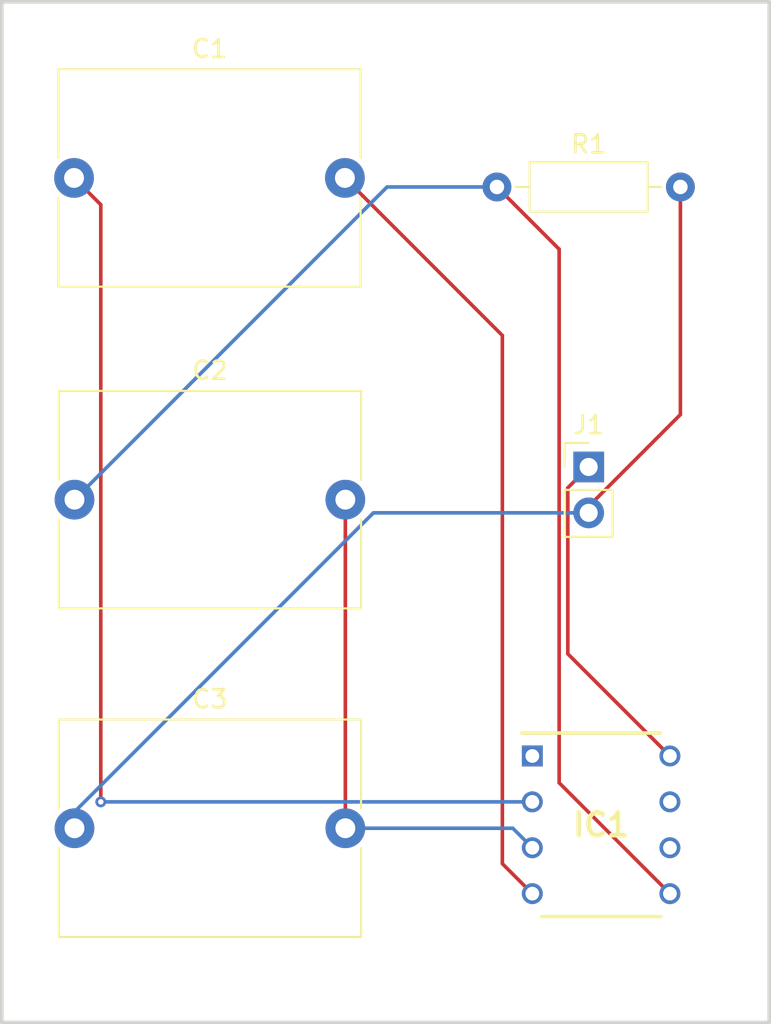
<source format=kicad_pcb>
(kicad_pcb (version 20240108) (generator "pcbnew") (generator_version "8.0")
  (layers (0 "F.Cu" signal) (31 "B.Cu" signal) (34 "B.Paste" user) (35 "F.Paste" user) (36 "B.SilkS" user "B.Silkscreen") (37 "F.SilkS" user "F.Silkscreen") (38 "B.Mask" user) (39 "F.Mask" user) (44 "Edge.Cuts" user))
  (net 0 "")
  (net 1 "Net-(IC1-CAP+)")
  (net 2 "Net-(IC1-CAP-)")
  (net 3 "+5V")
  (net 4 "Net-(IC1-VOUT)")
  (net 5 "Net-(J1-Pin_2)")
  (net 6 "Net-(IC1-V+)")
  (footprint "Connector_PinHeader_2.54mm:PinHeader_1x02_P2.54mm_Vertical" (layer "F.Cu") (at 190.5 84)
    (property "Reference" "J1" (at 0 -2.33 0) (layer "F.SilkS"))
    (property "Value" "Conn_01x02_Pin")
    (fp_line (start -1.33 -1.33) (end 0 -1.33) (stroke (width 0.12)) (layer "F.SilkS"))
    (fp_line (start -1.33 0) (end -1.33 -1.33) (stroke (width 0.12)) (layer "F.SilkS"))
    (fp_line (start -1.33 1.27) (end -1.33 3.87) (stroke (width 0.12)) (layer "F.SilkS"))
    (fp_line (start -1.33 1.27) (end 1.33 1.27) (stroke (width 0.12)) (layer "F.SilkS"))
    (fp_line (start -1.33 3.87) (end 1.33 3.87) (stroke (width 0.12)) (layer "F.SilkS"))
    (fp_line (start 1.33 1.27) (end 1.33 3.87) (stroke (width 0.12)) (layer "F.SilkS"))
    (pad "1" thru_hole rect (at 0 0) (size 1.7 1.7) (drill 1) (layers "*.Cu" "*.Mask") (net 6 "Net-(IC1-V+)"))
    (pad "2" thru_hole oval (at 0 2.54) (size 1.7 1.7) (drill 1) (layers "*.Cu" "*.Mask") (net 5 "Net-(J1-Pin_2)"))
  )
  (footprint "KiCad_TC144SCPA:DIP762W56P254L950H508Q8N" (layer "F.Cu") (at 191.19 103.81)
    (property "Reference" "IC1" (at 0 0 0) (layer "F.SilkS") (effects (font (size 1.27 1.27) (thickness 0.254))))
    (property "Value" "TC1044SCPA" (hide yes))
    (fp_line (start -4.39 -5.08) (end 3.3 -5.08) (stroke (width 0.2)) (layer "F.SilkS"))
    (fp_line (start -3.3 5.08) (end 3.3 5.08) (stroke (width 0.2)) (layer "F.SilkS"))
    (pad "1" thru_hole rect (at -3.81 -3.81) (size 1.16 1.16) (drill 0.76) (layers "*.Cu" "*.Mask"))
    (pad "2" thru_hole circle (at -3.81 -1.27) (size 1.16 1.16) (drill 0.76) (layers "*.Cu" "*.Mask") (net 1 "Net-(IC1-CAP+)"))
    (pad "3" thru_hole circle (at -3.81 1.27) (size 1.16 1.16) (drill 0.76) (layers "*.Cu" "*.Mask") (net 3 "+5V"))
    (pad "4" thru_hole circle (at -3.81 3.81) (size 1.16 1.16) (drill 0.76) (layers "*.Cu" "*.Mask") (net 2 "Net-(IC1-CAP-)"))
    (pad "5" thru_hole circle (at 3.81 3.81) (size 1.16 1.16) (drill 0.76) (layers "*.Cu" "*.Mask") (net 4 "Net-(IC1-VOUT)"))
    (pad "6" thru_hole circle (at 3.81 1.27) (size 1.16 1.16) (drill 0.76) (layers "*.Cu" "*.Mask"))
    (pad "7" thru_hole circle (at 3.81 -1.27) (size 1.16 1.16) (drill 0.76) (layers "*.Cu" "*.Mask"))
    (pad "8" thru_hole circle (at 3.81 -3.81) (size 1.16 1.16) (drill 0.76) (layers "*.Cu" "*.Mask") (net 6 "Net-(IC1-V+)"))
  )
  (footprint "Resistor_THT:R_Axial_DIN0207_L6.3mm_D2.5mm_P10.16mm_Horizontal" (layer "F.Cu") (at 185.42 68.5)
    (property "Reference" "R1" (at 5.08 -2.37 0) (layer "F.SilkS"))
    (property "Value" "R")
    (fp_line (start 1.04 0) (end 1.81 0) (stroke (width 0.12)) (layer "F.SilkS"))
    (fp_line (start 1.81 -1.37) (end 1.81 1.37) (stroke (width 0.12)) (layer "F.SilkS"))
    (fp_line (start 1.81 1.37) (end 8.35 1.37) (stroke (width 0.12)) (layer "F.SilkS"))
    (fp_line (start 8.35 -1.37) (end 1.81 -1.37) (stroke (width 0.12)) (layer "F.SilkS"))
    (fp_line (start 8.35 1.37) (end 8.35 -1.37) (stroke (width 0.12)) (layer "F.SilkS"))
    (fp_line (start 9.12 0) (end 8.35 0) (stroke (width 0.12)) (layer "F.SilkS"))
    (pad "1" thru_hole circle (at 0 0) (size 1.6 1.6) (drill 0.8) (layers "*.Cu" "*.Mask") (net 4 "Net-(IC1-VOUT)"))
    (pad "2" thru_hole oval (at 10.16 0) (size 1.6 1.6) (drill 0.8) (layers "*.Cu" "*.Mask") (net 5 "Net-(J1-Pin_2)"))
  )
  (footprint "Capacitor_THT:C_Rect_L16.5mm_W11.8mm_P15.00mm_MKT" (layer "F.Cu") (at 162.025 104)
    (property "Reference" "C3" (at 7.5 -7.15 0) (layer "F.SilkS"))
    (property "Value" "C")
    (fp_line (start -0.87 -6.02) (end -0.87 -1.104) (stroke (width 0.12)) (layer "F.SilkS"))
    (fp_line (start -0.87 -6.02) (end 15.87 -6.02) (stroke (width 0.12)) (layer "F.SilkS"))
    (fp_line (start -0.87 1.104) (end -0.87 6.02) (stroke (width 0.12)) (layer "F.SilkS"))
    (fp_line (start -0.87 6.02) (end 15.87 6.02) (stroke (width 0.12)) (layer "F.SilkS"))
    (fp_line (start 15.87 -6.02) (end 15.87 -1.104) (stroke (width 0.12)) (layer "F.SilkS"))
    (fp_line (start 15.87 1.104) (end 15.87 6.02) (stroke (width 0.12)) (layer "F.SilkS"))
    (pad "1" thru_hole circle (at 0 0) (size 2.2 2.2) (drill 1.1) (layers "*.Cu" "*.Mask") (net 5 "Net-(J1-Pin_2)"))
    (pad "2" thru_hole circle (at 15 0) (size 2.2 2.2) (drill 1.1) (layers "*.Cu" "*.Mask") (net 3 "+5V"))
  )
  (footprint "Capacitor_THT:C_Rect_L16.5mm_W11.8mm_P15.00mm_MKT" (layer "F.Cu") (at 162 68)
    (property "Reference" "C1" (at 7.5 -7.15 0) (layer "F.SilkS"))
    (property "Value" "C")
    (fp_line (start -0.87 -6.02) (end -0.87 -1.104) (stroke (width 0.12)) (layer "F.SilkS"))
    (fp_line (start -0.87 -6.02) (end 15.87 -6.02) (stroke (width 0.12)) (layer "F.SilkS"))
    (fp_line (start -0.87 1.104) (end -0.87 6.02) (stroke (width 0.12)) (layer "F.SilkS"))
    (fp_line (start -0.87 6.02) (end 15.87 6.02) (stroke (width 0.12)) (layer "F.SilkS"))
    (fp_line (start 15.87 -6.02) (end 15.87 -1.104) (stroke (width 0.12)) (layer "F.SilkS"))
    (fp_line (start 15.87 1.104) (end 15.87 6.02) (stroke (width 0.12)) (layer "F.SilkS"))
    (pad "1" thru_hole circle (at 0 0) (size 2.2 2.2) (drill 1.1) (layers "*.Cu" "*.Mask") (net 1 "Net-(IC1-CAP+)"))
    (pad "2" thru_hole circle (at 15 0) (size 2.2 2.2) (drill 1.1) (layers "*.Cu" "*.Mask") (net 2 "Net-(IC1-CAP-)"))
  )
  (footprint "Capacitor_THT:C_Rect_L16.5mm_W11.8mm_P15.00mm_MKT" (layer "F.Cu") (at 162.025 85.81)
    (property "Reference" "C2" (at 7.5 -7.15 0) (layer "F.SilkS"))
    (property "Value" "C")
    (fp_line (start -0.87 -6.02) (end -0.87 -1.104) (stroke (width 0.12)) (layer "F.SilkS"))
    (fp_line (start -0.87 -6.02) (end 15.87 -6.02) (stroke (width 0.12)) (layer "F.SilkS"))
    (fp_line (start -0.87 1.104) (end -0.87 6.02) (stroke (width 0.12)) (layer "F.SilkS"))
    (fp_line (start -0.87 6.02) (end 15.87 6.02) (stroke (width 0.12)) (layer "F.SilkS"))
    (fp_line (start 15.87 -6.02) (end 15.87 -1.104) (stroke (width 0.12)) (layer "F.SilkS"))
    (fp_line (start 15.87 1.104) (end 15.87 6.02) (stroke (width 0.12)) (layer "F.SilkS"))
    (pad "1" thru_hole circle (at 0 0) (size 2.2 2.2) (drill 1.1) (layers "*.Cu" "*.Mask") (net 4 "Net-(IC1-VOUT)"))
    (pad "2" thru_hole circle (at 15 0) (size 2.2 2.2) (drill 1.1) (layers "*.Cu" "*.Mask") (net 3 "+5V"))
  )
  (gr_rect (start 158 58.25) (end 200.5 114.75) (stroke (width 0.2)) (fill none) (layer "Edge.Cuts"))
  (segment (start 162 68) (end 163.482 69.4819) (width 0.2) (layer "F.Cu") (net 1))
  (segment (start 163.482 69.4819) (end 163.482 102.54) (width 0.2) (layer "F.Cu") (net 1))
  (via (at 163.482 102.54) (size 0.6) (drill 0.3) (layers "F.Cu" "B.Cu") (net 1))
  (segment (start 187.38 102.54) (end 163.482 102.54) (width 0.2) (layer "B.Cu") (net 1))
  (segment (start 185.72 76.7202) (end 185.72 105.96) (width 0.2) (layer "F.Cu") (net 2))
  (segment (start 185.72 105.96) (end 187.38 107.62) (width 0.2) (layer "F.Cu") (net 2))
  (segment (start 177 68) (end 185.72 76.7202) (width 0.2) (layer "F.Cu") (net 2))
  (segment (start 177.025 85.81) (end 177.025 104) (width 0.2) (layer "F.Cu") (net 3))
  (segment (start 186.3 104) (end 187.38 105.08) (width 0.2) (layer "B.Cu") (net 3))
  (segment (start 177.025 104) (end 186.3 104) (width 0.2) (layer "B.Cu") (net 3))
  (segment (start 188.866 71.9464) (end 188.866 101.486) (width 0.2) (layer "F.Cu") (net 4))
  (segment (start 185.42 68.5) (end 188.866 71.9464) (width 0.2) (layer "F.Cu") (net 4))
  (segment (start 188.866 101.486) (end 195 107.62) (width 0.2) (layer "F.Cu") (net 4))
  (segment (start 162.025 85.81) (end 179.335 68.5) (width 0.2) (layer "B.Cu") (net 4))
  (segment (start 179.335 68.5) (end 185.42 68.5) (width 0.2) (layer "B.Cu") (net 4))
  (segment (start 190.5 86.1801) (end 195.58 81.1001) (width 0.2) (layer "F.Cu") (net 5))
  (segment (start 190.5 86.54) (end 190.5 86.1801) (width 0.2) (layer "F.Cu") (net 5))
  (segment (start 195.58 81.1001) (end 195.58 68.5) (width 0.2) (layer "F.Cu") (net 5))
  (segment (start 162.025 104) (end 162.025 103.093) (width 0.2) (layer "B.Cu") (net 5))
  (segment (start 178.578 86.54) (end 190.5 86.54) (width 0.2) (layer "B.Cu") (net 5))
  (segment (start 162.025 103.093) (end 178.578 86.54) (width 0.2) (layer "B.Cu") (net 5))
  (segment (start 190.5 84) (end 189.345 85.1549) (width 0.2) (layer "F.Cu") (net 6))
  (segment (start 189.345 85.1549) (end 189.345 94.3451) (width 0.2) (layer "F.Cu") (net 6))
  (segment (start 189.345 94.3451) (end 195 100) (width 0.2) (layer "F.Cu") (net 6))
)
</source>
